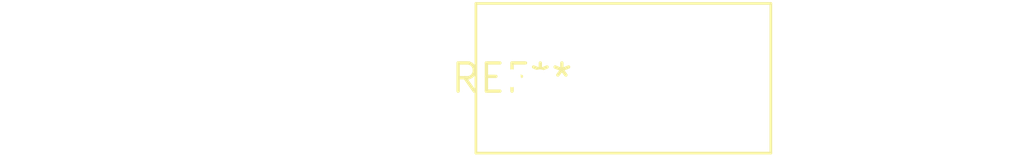
<source format=kicad_pcb>
(kicad_pcb (version 20240108) (generator pcbnew)
  (layers (0 "F.Cu" signal) (31 "B.Cu" signal) (34 "B.Paste" user) (35 "F.Paste" user) (36 "B.SilkS" user "B.Silkscreen") (37 "F.SilkS" user "F.Silkscreen") (38 "B.Mask" user) (39 "F.Mask" user) (44 "Edge.Cuts" user))
  (net 0 "")
  (footprint "C_Rect_L13.0mm_W6.5mm_P7.50mm_P10.00mm" (layer "F.Cu") (at 0 0)
    (property "Reference" "REF**")
    (property "Value" "C_Rect_L13.0mm_W6.5mm_P7.50mm_P10.00mm")
    (fp_line (start -1.62 -3.37) (end -1.62 3.37) (layer "F.SilkS") (stroke (width 0.12)))
    (fp_line (start -1.62 -3.37) (end 11.62 -3.37) (layer "F.SilkS") (stroke (width 0.12)))
    (fp_line (start -1.62 3.37) (end 11.62 3.37) (layer "F.SilkS") (stroke (width 0.12)))
    (fp_line (start 11.62 -3.37) (end 11.62 3.37) (layer "F.SilkS") (stroke (width 0.12)))
    (pad "1" thru_hole circle (at 0 0) (size 1.6 1.6) (drill 0.8) (layers *.Cu *.Mask) (remove_unused_layers))
    (pad "1" thru_hole circle (at 1.25 0) (size 1.6 1.6) (drill 0.8) (layers *.Cu *.Mask) (remove_unused_layers))
    (pad "2" thru_hole circle (at 8.75 0) (size 1.6 1.6) (drill 0.8) (layers *.Cu *.Mask) (remove_unused_layers))
    (pad "2" thru_hole circle (at 10 0) (size 1.6 1.6) (drill 0.8) (layers *.Cu *.Mask) (remove_unused_layers))
  )
)
</source>
